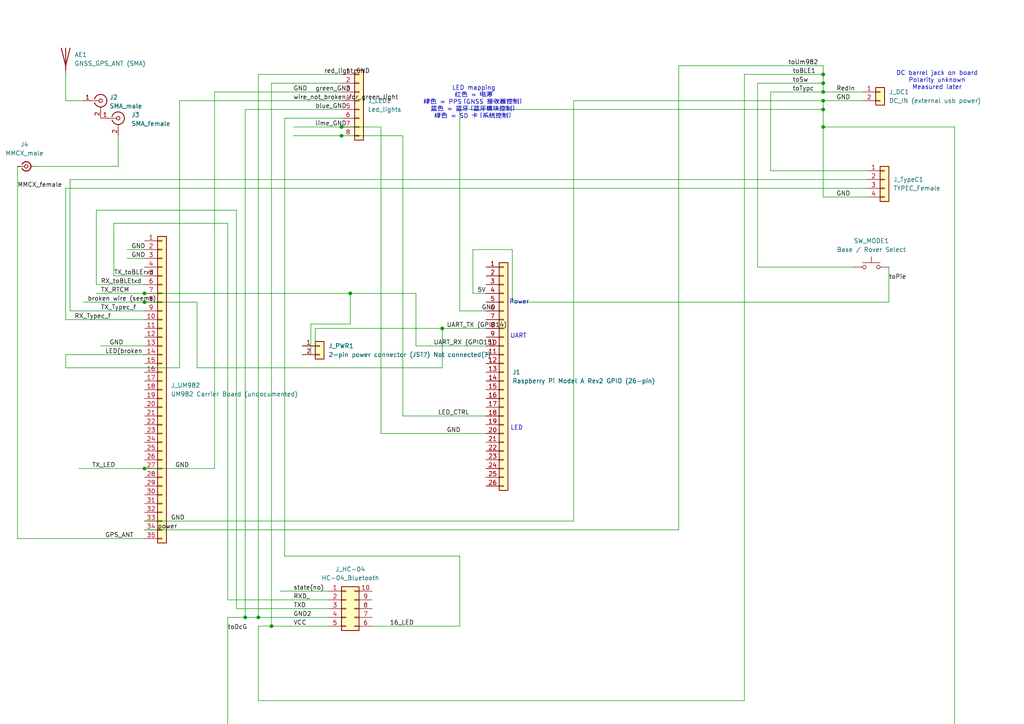
<source format=kicad_sch>
(kicad_sch (version 20250114) (generator "eeschema") (generator_version "9.0")
  (paper "A4")
  (lib_symbols
    (symbol "Connector:Conn_Coaxial" (pin_names (offset 1.016) (hide yes))
      (property "Reference" "J" (at 0.254 3.048 0))
      (property "Value" "Conn_Coaxial" (at 2.921 0 90))
      (symbol "Conn_Coaxial_0_1"
        (polyline (pts (xy -2.54 0) (xy -0.508 0)))
        (arc (start 1.778 0) (mid 0.222 -1.8079) (end -1.778 -0.508) (stroke (width 0.254)))
        (arc (start -1.778 0.508) (mid 0.2221 1.8084) (end 1.778 0) (stroke (width 0.254)))
        (circle (center 0 0) (radius 0.508) (stroke (width 0.2032)))
        (polyline (pts (xy 0 -2.54) (xy 0 -1.778)))
      )
      (symbol "Conn_Coaxial_1_1"
        (pin passive line (at -5.08 0 0) (length 2.54) (name "In") (number "1"))
        (pin passive line (at 0 -5.08 90) (length 2.54) (name "Ext") (number "2"))
      )
    )
    (symbol "Connector:Conn_Coaxial_Small" (pin_numbers (hide yes)) (pin_names (offset 1.016) (hide yes))
      (property "Reference" "J" (at 0.254 3.048 0))
      (property "Value" "Conn_Coaxial_Small" (at 0 -3.81 0))
      (symbol "Conn_Coaxial_Small_0_1"
        (polyline (pts (xy -2.54 0) (xy -0.508 0)))
        (circle (center 0 0) (radius 0.508) (stroke (width 0.2032)))
      )
      (symbol "Conn_Coaxial_Small_1_1"
        (arc (start 1.3484 0.0039) (mid 0.327 -1.308) (end -1.1916 -0.6311) (stroke (width 0.3048)))
        (arc (start -1.1916 0.6311) (mid 0.327 1.3081) (end 1.3484 -0.0039) (stroke (width 0.3048)))
        (pin passive line (at -2.54 0 0) (length 1.27) (name "In") (number "1"))
        (pin passive line (at 2.54 0 180) (length 1.27) (name "Ext") (number "2"))
      )
    )
    (symbol "Connector_Generic:Conn_01x02" (pin_names (offset 1.016) (hide yes))
      (property "Reference" "J" (at 0 2.54 0))
      (property "Value" "Conn_01x02" (at 0 -5.08 0))
      (symbol "Conn_01x02_1_1"
        (rectangle (start -1.27 1.27) (end 1.27 -3.81) (stroke (width 0.254)) (fill (type background)))
        (rectangle (start -1.27 0.127) (end 0 -0.127) (stroke (width 0.1524)))
        (rectangle (start -1.27 -2.413) (end 0 -2.667) (stroke (width 0.1524)))
        (pin passive line (at -5.08 0 0) (length 3.81) (name "Pin_1") (number "1"))
        (pin passive line (at -5.08 -2.54 0) (length 3.81) (name "Pin_2") (number "2"))
      )
    )
    (symbol "Connector_Generic:Conn_01x04" (pin_names (offset 1.016) (hide yes))
      (property "Reference" "J" (at 0 5.08 0))
      (property "Value" "Conn_01x04" (at 0 -7.62 0))
      (symbol "Conn_01x04_1_1"
        (rectangle (start -1.27 3.81) (end 1.27 -6.35) (stroke (width 0.254)) (fill (type background)))
        (rectangle (start -1.27 2.667) (end 0 2.413) (stroke (width 0.1524)))
        (rectangle (start -1.27 0.127) (end 0 -0.127) (stroke (width 0.1524)))
        (rectangle (start -1.27 -2.413) (end 0 -2.667) (stroke (width 0.1524)))
        (rectangle (start -1.27 -4.953) (end 0 -5.207) (stroke (width 0.1524)))
        (pin passive line (at -5.08 2.54 0) (length 3.81) (name "Pin_1") (number "1"))
        (pin passive line (at -5.08 0 0) (length 3.81) (name "Pin_2") (number "2"))
        (pin passive line (at -5.08 -2.54 0) (length 3.81) (name "Pin_3") (number "3"))
        (pin passive line (at -5.08 -5.08 0) (length 3.81) (name "Pin_4") (number "4"))
      )
    )
    (symbol "Connector_Generic:Conn_01x08" (pin_names (offset 1.016) (hide yes))
      (property "Reference" "J" (at 0 10.16 0))
      (property "Value" "Conn_01x08" (at 0 -12.7 0))
      (symbol "Conn_01x08_1_1"
        (rectangle (start -1.27 8.89) (end 1.27 -11.43) (stroke (width 0.254)) (fill (type background)))
        (rectangle (start -1.27 7.747) (end 0 7.493) (stroke (width 0.1524)))
        (rectangle (start -1.27 5.207) (end 0 4.953) (stroke (width 0.1524)))
        (rectangle (start -1.27 2.667) (end 0 2.413) (stroke (width 0.1524)))
        (rectangle (start -1.27 0.127) (end 0 -0.127) (stroke (width 0.1524)))
        (rectangle (start -1.27 -2.413) (end 0 -2.667) (stroke (width 0.1524)))
        (rectangle (start -1.27 -4.953) (end 0 -5.207) (stroke (width 0.1524)))
        (rectangle (start -1.27 -7.493) (end 0 -7.747) (stroke (width 0.1524)))
        (rectangle (start -1.27 -10.033) (end 0 -10.287) (stroke (width 0.1524)))
        (pin passive line (at -5.08 7.62 0) (length 3.81) (name "Pin_1") (number "1"))
        (pin passive line (at -5.08 5.08 0) (length 3.81) (name "Pin_2") (number "2"))
        (pin passive line (at -5.08 2.54 0) (length 3.81) (name "Pin_3") (number "3"))
        (pin passive line (at -5.08 0 0) (length 3.81) (name "Pin_4") (number "4"))
        (pin passive line (at -5.08 -2.54 0) (length 3.81) (name "Pin_5") (number "5"))
        (pin passive line (at -5.08 -5.08 0) (length 3.81) (name "Pin_6") (number "6"))
        (pin passive line (at -5.08 -7.62 0) (length 3.81) (name "Pin_7") (number "7"))
        (pin passive line (at -5.08 -10.16 0) (length 3.81) (name "Pin_8") (number "8"))
      )
    )
    (symbol "Connector_Generic:Conn_01x26" (pin_names (offset 1.016) (hide yes))
      (property "Reference" "J" (at 0 33.02 0))
      (property "Value" "Conn_01x26" (at 0 -35.56 0))
      (symbol "Conn_01x26_1_1"
        (rectangle (start -1.27 31.75) (end 1.27 -34.29) (stroke (width 0.254)) (fill (type background)))
        (rectangle (start -1.27 30.607) (end 0 30.353) (stroke (width 0.1524)))
        (rectangle (start -1.27 28.067) (end 0 27.813) (stroke (width 0.1524)))
        (rectangle (start -1.27 25.527) (end 0 25.273) (stroke (width 0.1524)))
        (rectangle (start -1.27 22.987) (end 0 22.733) (stroke (width 0.1524)))
        (rectangle (start -1.27 20.447) (end 0 20.193) (stroke (width 0.1524)))
        (rectangle (start -1.27 17.907) (end 0 17.653) (stroke (width 0.1524)))
        (rectangle (start -1.27 15.367) (end 0 15.113) (stroke (width 0.1524)))
        (rectangle (start -1.27 12.827) (end 0 12.573) (stroke (width 0.1524)))
        (rectangle (start -1.27 10.287) (end 0 10.033) (stroke (width 0.1524)))
        (rectangle (start -1.27 7.747) (end 0 7.493) (stroke (width 0.1524)))
        (rectangle (start -1.27 5.207) (end 0 4.953) (stroke (width 0.1524)))
        (rectangle (start -1.27 2.667) (end 0 2.413) (stroke (width 0.1524)))
        (rectangle (start -1.27 0.127) (end 0 -0.127) (stroke (width 0.1524)))
        (rectangle (start -1.27 -2.413) (end 0 -2.667) (stroke (width 0.1524)))
        (rectangle (start -1.27 -4.953) (end 0 -5.207) (stroke (width 0.1524)))
        (rectangle (start -1.27 -7.493) (end 0 -7.747) (stroke (width 0.1524)))
        (rectangle (start -1.27 -10.033) (end 0 -10.287) (stroke (width 0.1524)))
        (rectangle (start -1.27 -12.573) (end 0 -12.827) (stroke (width 0.1524)))
        (rectangle (start -1.27 -15.113) (end 0 -15.367) (stroke (width 0.1524)))
        (rectangle (start -1.27 -17.653) (end 0 -17.907) (stroke (width 0.1524)))
        (rectangle (start -1.27 -20.193) (end 0 -20.447) (stroke (width 0.1524)))
        (rectangle (start -1.27 -22.733) (end 0 -22.987) (stroke (width 0.1524)))
        (rectangle (start -1.27 -25.273) (end 0 -25.527) (stroke (width 0.1524)))
        (rectangle (start -1.27 -27.813) (end 0 -28.067) (stroke (width 0.1524)))
        (rectangle (start -1.27 -30.353) (end 0 -30.607) (stroke (width 0.1524)))
        (rectangle (start -1.27 -32.893) (end 0 -33.147) (stroke (width 0.1524)))
        (pin passive line (at -5.08 30.48 0) (length 3.81) (name "Pin_1") (number "1"))
        (pin passive line (at -5.08 27.94 0) (length 3.81) (name "Pin_2") (number "2"))
        (pin passive line (at -5.08 25.4 0) (length 3.81) (name "Pin_3") (number "3"))
        (pin passive line (at -5.08 22.86 0) (length 3.81) (name "Pin_4") (number "4"))
        (pin passive line (at -5.08 20.32 0) (length 3.81) (name "Pin_5") (number "5"))
        (pin passive line (at -5.08 17.78 0) (length 3.81) (name "Pin_6") (number "6"))
        (pin passive line (at -5.08 15.24 0) (length 3.81) (name "Pin_7") (number "7"))
        (pin passive line (at -5.08 12.7 0) (length 3.81) (name "Pin_8") (number "8"))
        (pin passive line (at -5.08 10.16 0) (length 3.81) (name "Pin_9") (number "9"))
        (pin passive line (at -5.08 7.62 0) (length 3.81) (name "Pin_10") (number "10"))
        (pin passive line (at -5.08 5.08 0) (length 3.81) (name "Pin_11") (number "11"))
        (pin passive line (at -5.08 2.54 0) (length 3.81) (name "Pin_12") (number "12"))
        (pin passive line (at -5.08 0 0) (length 3.81) (name "Pin_13") (number "13"))
        (pin passive line (at -5.08 -2.54 0) (length 3.81) (name "Pin_14") (number "14"))
        (pin passive line (at -5.08 -5.08 0) (length 3.81) (name "Pin_15") (number "15"))
        (pin passive line (at -5.08 -7.62 0) (length 3.81) (name "Pin_16") (number "16"))
        (pin passive line (at -5.08 -10.16 0) (length 3.81) (name "Pin_17") (number "17"))
        (pin passive line (at -5.08 -12.7 0) (length 3.81) (name "Pin_18") (number "18"))
        (pin passive line (at -5.08 -15.24 0) (length 3.81) (name "Pin_19") (number "19"))
        (pin passive line (at -5.08 -17.78 0) (length 3.81) (name "Pin_20") (number "20"))
        (pin passive line (at -5.08 -20.32 0) (length 3.81) (name "Pin_21") (number "21"))
        (pin passive line (at -5.08 -22.86 0) (length 3.81) (name "Pin_22") (number "22"))
        (pin passive line (at -5.08 -25.4 0) (length 3.81) (name "Pin_23") (number "23"))
        (pin passive line (at -5.08 -27.94 0) (length 3.81) (name "Pin_24") (number "24"))
        (pin passive line (at -5.08 -30.48 0) (length 3.81) (name "Pin_25") (number "25"))
        (pin passive line (at -5.08 -33.02 0) (length 3.81) (name "Pin_26") (number "26"))
      )
    )
    (symbol "Connector_Generic:Conn_01x35" (pin_names (offset 1.016) (hide yes))
      (property "Reference" "J" (at 0 45.72 0))
      (property "Value" "Conn_01x35" (at 0 -45.72 0))
      (symbol "Conn_01x35_1_1"
        (rectangle (start -1.27 44.45) (end 1.27 -44.45) (stroke (width 0.254)) (fill (type background)))
        (rectangle (start -1.27 43.307) (end 0 43.053) (stroke (width 0.1524)))
        (rectangle (start -1.27 40.767) (end 0 40.513) (stroke (width 0.1524)))
        (rectangle (start -1.27 38.227) (end 0 37.973) (stroke (width 0.1524)))
        (rectangle (start -1.27 35.687) (end 0 35.433) (stroke (width 0.1524)))
        (rectangle (start -1.27 33.147) (end 0 32.893) (stroke (width 0.1524)))
        (rectangle (start -1.27 30.607) (end 0 30.353) (stroke (width 0.1524)))
        (rectangle (start -1.27 28.067) (end 0 27.813) (stroke (width 0.1524)))
        (rectangle (start -1.27 25.527) (end 0 25.273) (stroke (width 0.1524)))
        (rectangle (start -1.27 22.987) (end 0 22.733) (stroke (width 0.1524)))
        (rectangle (start -1.27 20.447) (end 0 20.193) (stroke (width 0.1524)))
        (rectangle (start -1.27 17.907) (end 0 17.653) (stroke (width 0.1524)))
        (rectangle (start -1.27 15.367) (end 0 15.113) (stroke (width 0.1524)))
        (rectangle (start -1.27 12.827) (end 0 12.573) (stroke (width 0.1524)))
        (rectangle (start -1.27 10.287) (end 0 10.033) (stroke (width 0.1524)))
        (rectangle (start -1.27 7.747) (end 0 7.493) (stroke (width 0.1524)))
        (rectangle (start -1.27 5.207) (end 0 4.953) (stroke (width 0.1524)))
        (rectangle (start -1.27 2.667) (end 0 2.413) (stroke (width 0.1524)))
        (rectangle (start -1.27 0.127) (end 0 -0.127) (stroke (width 0.1524)))
        (rectangle (start -1.27 -2.413) (end 0 -2.667) (stroke (width 0.1524)))
        (rectangle (start -1.27 -4.953) (end 0 -5.207) (stroke (width 0.1524)))
        (rectangle (start -1.27 -7.493) (end 0 -7.747) (stroke (width 0.1524)))
        (rectangle (start -1.27 -10.033) (end 0 -10.287) (stroke (width 0.1524)))
        (rectangle (start -1.27 -12.573) (end 0 -12.827) (stroke (width 0.1524)))
        (rectangle (start -1.27 -15.113) (end 0 -15.367) (stroke (width 0.1524)))
        (rectangle (start -1.27 -17.653) (end 0 -17.907) (stroke (width 0.1524)))
        (rectangle (start -1.27 -20.193) (end 0 -20.447) (stroke (width 0.1524)))
        (rectangle (start -1.27 -22.733) (end 0 -22.987) (stroke (width 0.1524)))
        (rectangle (start -1.27 -25.273) (end 0 -25.527) (stroke (width 0.1524)))
        (rectangle (start -1.27 -27.813) (end 0 -28.067) (stroke (width 0.1524)))
        (rectangle (start -1.27 -30.353) (end 0 -30.607) (stroke (width 0.1524)))
        (rectangle (start -1.27 -32.893) (end 0 -33.147) (stroke (width 0.1524)))
        (rectangle (start -1.27 -35.433) (end 0 -35.687) (stroke (width 0.1524)))
        (rectangle (start -1.27 -37.973) (end 0 -38.227) (stroke (width 0.1524)))
        (rectangle (start -1.27 -40.513) (end 0 -40.767) (stroke (width 0.1524)))
        (rectangle (start -1.27 -43.053) (end 0 -43.307) (stroke (width 0.1524)))
        (pin passive line (at -5.08 43.18 0) (length 3.81) (name "Pin_1") (number "1"))
        (pin passive line (at -5.08 40.64 0) (length 3.81) (name "Pin_2") (number "2"))
        (pin passive line (at -5.08 38.1 0) (length 3.81) (name "Pin_3") (number "3"))
        (pin passive line (at -5.08 35.56 0) (length 3.81) (name "Pin_4") (number "4"))
        (pin passive line (at -5.08 33.02 0) (length 3.81) (name "Pin_5") (number "5"))
        (pin passive line (at -5.08 30.48 0) (length 3.81) (name "Pin_6") (number "6"))
        (pin passive line (at -5.08 27.94 0) (length 3.81) (name "Pin_7") (number "7"))
        (pin passive line (at -5.08 25.4 0) (length 3.81) (name "Pin_8") (number "8"))
        (pin passive line (at -5.08 22.86 0) (length 3.81) (name "Pin_9") (number "9"))
        (pin passive line (at -5.08 20.32 0) (length 3.81) (name "Pin_10") (number "10"))
        (pin passive line (at -5.08 17.78 0) (length 3.81) (name "Pin_11") (number "11"))
        (pin passive line (at -5.08 15.24 0) (length 3.81) (name "Pin_12") (number "12"))
        (pin passive line (at -5.08 12.7 0) (length 3.81) (name "Pin_13") (number "13"))
        (pin passive line (at -5.08 10.16 0) (length 3.81) (name "Pin_14") (number "14"))
        (pin passive line (at -5.08 7.62 0) (length 3.81) (name "Pin_15") (number "15"))
        (pin passive line (at -5.08 5.08 0) (length 3.81) (name "Pin_16") (number "16"))
        (pin passive line (at -5.08 2.54 0) (length 3.81) (name "Pin_17") (number "17"))
        (pin passive line (at -5.08 0 0) (length 3.81) (name "Pin_18") (number "18"))
        (pin passive line (at -5.08 -2.54 0) (length 3.81) (name "Pin_19") (number "19"))
        (pin passive line (at -5.08 -5.08 0) (length 3.81) (name "Pin_20") (number "20"))
        (pin passive line (at -5.08 -7.62 0) (length 3.81) (name "Pin_21") (number "21"))
        (pin passive line (at -5.08 -10.16 0) (length 3.81) (name "Pin_22") (number "22"))
        (pin passive line (at -5.08 -12.7 0) (length 3.81) (name "Pin_23") (number "23"))
        (pin passive line (at -5.08 -15.24 0) (length 3.81) (name "Pin_24") (number "24"))
        (pin passive line (at -5.08 -17.78 0) (length 3.81) (name "Pin_25") (number "25"))
        (pin passive line (at -5.08 -20.32 0) (length 3.81) (name "Pin_26") (number "26"))
        (pin passive line (at -5.08 -22.86 0) (length 3.81) (name "Pin_27") (number "27"))
        (pin passive line (at -5.08 -25.4 0) (length 3.81) (name "Pin_28") (number "28"))
        (pin passive line (at -5.08 -27.94 0) (length 3.81) (name "Pin_29") (number "29"))
        (pin passive line (at -5.08 -30.48 0) (length 3.81) (name "Pin_30") (number "30"))
        (pin passive line (at -5.08 -33.02 0) (length 3.81) (name "Pin_31") (number "31"))
        (pin passive line (at -5.08 -35.56 0) (length 3.81) (name "Pin_32") (number "32"))
        (pin passive line (at -5.08 -38.1 0) (length 3.81) (name "Pin_33") (number "33"))
        (pin passive line (at -5.08 -40.64 0) (length 3.81) (name "Pin_34") (number "34"))
        (pin passive line (at -5.08 -43.18 0) (length 3.81) (name "Pin_35") (number "35"))
      )
    )
    (symbol "Connector_Generic:Conn_02x05_Counter_Clockwise" (pin_names (offset 1.016) (hide yes))
      (property "Reference" "J" (at 1.27 7.62 0))
      (property "Value" "Conn_02x05_Counter_Clockwise" (at 1.27 -7.62 0))
      (symbol "Conn_02x05_Counter_Clockwise_1_1"
        (rectangle (start -1.27 6.35) (end 3.81 -6.35) (stroke (width 0.254)) (fill (type background)))
        (rectangle (start -1.27 5.207) (end 0 4.953) (stroke (width 0.1524)))
        (rectangle (start -1.27 2.667) (end 0 2.413) (stroke (width 0.1524)))
        (rectangle (start -1.27 0.127) (end 0 -0.127) (stroke (width 0.1524)))
        (rectangle (start -1.27 -2.413) (end 0 -2.667) (stroke (width 0.1524)))
        (rectangle (start -1.27 -4.953) (end 0 -5.207) (stroke (width 0.1524)))
        (rectangle (start 3.81 5.207) (end 2.54 4.953) (stroke (width 0.1524)))
        (rectangle (start 3.81 2.667) (end 2.54 2.413) (stroke (width 0.1524)))
        (rectangle (start 3.81 0.127) (end 2.54 -0.127) (stroke (width 0.1524)))
        (rectangle (start 3.81 -2.413) (end 2.54 -2.667) (stroke (width 0.1524)))
        (rectangle (start 3.81 -4.953) (end 2.54 -5.207) (stroke (width 0.1524)))
        (pin passive line (at -5.08 5.08 0) (length 3.81) (name "Pin_1") (number "1"))
        (pin passive line (at -5.08 2.54 0) (length 3.81) (name "Pin_2") (number "2"))
        (pin passive line (at -5.08 0 0) (length 3.81) (name "Pin_3") (number "3"))
        (pin passive line (at -5.08 -2.54 0) (length 3.81) (name "Pin_4") (number "4"))
        (pin passive line (at -5.08 -5.08 0) (length 3.81) (name "Pin_5") (number "5"))
        (pin passive line (at 7.62 5.08 180) (length 3.81) (name "Pin_10") (number "10"))
        (pin passive line (at 7.62 2.54 180) (length 3.81) (name "Pin_9") (number "9"))
        (pin passive line (at 7.62 0 180) (length 3.81) (name "Pin_8") (number "8"))
        (pin passive line (at 7.62 -2.54 180) (length 3.81) (name "Pin_7") (number "7"))
        (pin passive line (at 7.62 -5.08 180) (length 3.81) (name "Pin_6") (number "6"))
      )
    )
    (symbol "Device:Antenna" (pin_numbers (hide yes)) (pin_names (offset 1.016) (hide yes))
      (property "Reference" "AE" (at -1.905 1.905 0))
      (property "Value" "Antenna" (at -1.905 0 0))
      (symbol "Antenna_0_1"
        (polyline (pts (xy 0 2.54) (xy 0 -3.81)) (stroke (width 0.254)))
        (polyline (pts (xy 1.27 2.54) (xy 0 -2.54) (xy -1.27 2.54)) (stroke (width 0.254)))
      )
      (symbol "Antenna_1_1"
        (pin input line (at 0 -5.08 90) (length 2.54) (name "A") (number "1"))
      )
    )
    (symbol "Switch:SW_Push" (pin_numbers (hide yes)) (pin_names (offset 1.016) (hide yes))
      (property "Reference" "SW" (at 1.27 2.54 0))
      (property "Value" "SW_Push" (at 0 -1.524 0))
      (symbol "SW_Push_0_1"
        (circle (center -2.032 0) (radius 0.508))
        (polyline (pts (xy 0 1.27) (xy 0 3.048)))
        (circle (center 2.032 0) (radius 0.508))
        (polyline (pts (xy 2.54 1.27) (xy -2.54 1.27)))
        (pin passive line (at -5.08 0 0) (length 2.54) (name "1") (number "1"))
        (pin passive line (at 5.08 0 180) (length 2.54) (name "2") (number "2"))
      )
    )
  )
  (text "LED mapping\n红色 = 电源\n绿色 = PPS（GNSS 接收器控制）\n蓝色 = 蓝牙（蓝牙模块控制）\n绿色 = SD 卡（系统控制）" (at 137.414 29.718 0) (effects (font (size 1.27 1.27))))
  (text "Power" (at 150.622 87.63 0) (effects (font (size 1.27 1.27))))
  (text "DC barrel jack on board\nPolarity unknown\nMeasured later" (at 271.78 23.368 0) (effects (font (size 1.27 1.27))))
  (text ". LIME LED（存储卡读写指示灯）\n闪烁模式	状态	含义\n频繁闪烁	读写中	SD 卡正在读写数据\n偶尔闪烁	正常	系统正常访问 SD 卡\n不亮	空闲	SD 卡无活动\n常亮	异常	可能卡住或错误" (at 127.508 -54.356 0) (effects (font (size 1.27 1.27))))
  (text "（yes）所有电源红线已入图x4 \n（yes）switch 所有线已经入图\n(yes) Led已全部入图\n（yes）bluetooth 入图\n（yes） switch black 线x4\n（yes）respie 6x\n( )um982\n" (at 321.056 111.76 0) (effects (font (size 1.27 1.27))))
  (text "1. 红色 LED（电源指示灯）\n闪烁模式	状态	含义\n常亮	正常	系统已通电，电源正常\n不亮	异常	无电源或电源故障\n闪烁	异常	电源不稳定或电压异常" (at 129.794 -24.13 0) (effects (font (size 1.27 1.27))))
  (text "UART" (at 150.368 97.536 0) (effects (font (size 1.27 1.27))))
  (text ". 蓝色 LED（蓝牙指示灯）\n闪烁模式	状态	含义\n常亮	已连接	蓝牙已连接设备\n快速闪烁	未连接	蓝牙开启但未连接\n慢速闪烁	配对模式	蓝牙处于配对模式\n不亮	关闭	蓝牙未开启或禁用\n双闪	错误	蓝牙连接错误" (at 131.064 -37.846 0) (effects (font (size 1.27 1.27))))
  (text "Green Led: 闪烁模式	状态	含义\n常亮	正常	PPS 信号稳定，GNSS 锁定\n每秒闪烁 1 次	正常	PPS 信号正常（每秒一个脉冲）\n快速闪烁	搜索中	GNSS 正在搜索卫星\n慢速闪烁	弱信号	信号较弱，但仍有 PPS\n不亮	无信号	无 GNSS 信号或接收器未工作\n不规则闪烁	不稳定	PPS 信号不稳定" (at 137.922 -9.906 0) (effects (font (size 1.27 1.27))))
  (text "LED" (at 149.86 124.206 0) (effects (font (size 1.27 1.27))))
  (junction (at 238.76 26.67))
  (junction (at 41.91 85.09))
  (junction (at 78.74 181.61))
  (junction (at 41.91 87.63))
  (junction (at 238.76 31.75))
  (junction (at 99.06 36.83))
  (junction (at 74.93 179.07))
  (junction (at 238.76 29.21))
  (junction (at 238.76 36.83))
  (junction (at 128.27 95.25))
  (junction (at 41.91 135.89))
  (junction (at 99.06 39.37))
  (junction (at 71.12 179.07))
  (junction (at 101.6 85.09))
  (junction (at 238.76 24.13))
  (junction (at 238.76 21.59))
  (wire (pts (xy 74.93 21.59) (xy 99.06 21.59)))
  (wire (pts (xy 238.76 26.67) (xy 238.76 24.13)))
  (wire (pts (xy 20.32 90.17) (xy 20.32 52.07)))
  (wire (pts (xy 101.6 85.09) (xy 101.6 93.98)))
  (wire (pts (xy 20.32 52.07) (xy 251.46 52.07)))
  (wire (pts (xy 110.49 36.83) (xy 110.49 125.73)))
  (wire (pts (xy 68.58 60.96) (xy 68.58 176.53)))
  (wire (pts (xy 19.05 21.59) (xy 19.05 29.21)))
  (wire (pts (xy 74.93 181.61) (xy 78.74 181.61)))
  (wire (pts (xy 19.05 54.61) (xy 251.46 54.61)))
  (wire (pts (xy 27.94 60.96) (xy 68.58 60.96)))
  (wire (pts (xy 196.85 19.05) (xy 196.85 153.67)))
  (wire (pts (xy 62.23 26.67) (xy 99.06 26.67)))
  (wire (pts (xy 120.65 100.33) (xy 140.97 100.33)))
  (wire (pts (xy 223.52 26.67) (xy 223.52 49.53)))
  (wire (pts (xy 90.17 102.87) (xy 87.63 102.87)))
  (wire (pts (xy 91.44 100.33) (xy 87.63 100.33)))
  (wire (pts (xy 238.76 24.13) (xy 219.71 24.13)))
  (wire (pts (xy 101.6 85.09) (xy 120.65 85.09)))
  (wire (pts (xy 74.93 21.59) (xy 74.93 179.07)))
  (wire (pts (xy 33.02 64.77) (xy 66.04 64.77)))
  (wire (pts (xy 128.27 95.25) (xy 140.97 95.25)))
  (wire (pts (xy 219.71 24.13) (xy 219.71 77.47)))
  (wire (pts (xy 27.94 82.55) (xy 27.94 60.96)))
  (wire (pts (xy 82.55 34.29) (xy 99.06 34.29)))
  (wire (pts (xy 52.07 29.21) (xy 52.07 106.68)))
  (wire (pts (xy 137.16 85.09) (xy 137.16 72.39)))
  (wire (pts (xy 66.04 226.06) (xy 276.86 226.06)))
  (wire (pts (xy 52.07 106.68) (xy 19.05 106.68)))
  (wire (pts (xy 215.9 21.59) (xy 215.9 203.2)))
  (wire (pts (xy 71.12 179.07) (xy 74.93 179.07)))
  (wire (pts (xy 133.35 31.75) (xy 238.76 31.75)))
  (wire (pts (xy 133.35 90.17) (xy 140.97 90.17)))
  (wire (pts (xy 110.49 125.73) (xy 140.97 125.73)))
  (wire (pts (xy 33.02 80.01) (xy 41.91 80.01)))
  (wire (pts (xy 196.85 19.05) (xy 238.76 19.05)))
  (wire (pts (xy 20.32 90.17) (xy 41.91 90.17)))
  (wire (pts (xy 238.76 26.67) (xy 250.19 26.67)))
  (wire (pts (xy 91.44 100.33) (xy 91.44 95.25)))
  (wire (pts (xy 166.37 29.21) (xy 166.37 151.13)))
  (wire (pts (xy 62.23 26.67) (xy 62.23 135.89)))
  (wire (pts (xy 41.91 153.67) (xy 196.85 153.67)))
  (wire (pts (xy 36.83 74.93) (xy 41.91 74.93)))
  (wire (pts (xy 66.04 179.07) (xy 71.12 179.07)))
  (wire (pts (xy 36.83 72.39) (xy 41.91 72.39)))
  (wire (pts (xy 238.76 57.15) (xy 251.46 57.15)))
  (wire (pts (xy 34.29 39.37) (xy 34.29 48.26)))
  (wire (pts (xy 219.71 77.47) (xy 247.65 77.47)))
  (wire (pts (xy 29.21 100.33) (xy 41.91 100.33)))
  (wire (pts (xy 257.81 87.63) (xy 257.81 77.47)))
  (wire (pts (xy 133.35 161.29) (xy 133.35 181.61)))
  (wire (pts (xy 148.59 72.39) (xy 148.59 87.63)))
  (wire (pts (xy 68.58 176.53) (xy 95.25 176.53)))
  (wire (pts (xy 82.55 34.29) (xy 82.55 161.29)))
  (wire (pts (xy 27.94 85.09) (xy 41.91 85.09)))
  (wire (pts (xy 66.04 179.07) (xy 66.04 226.06)))
  (wire (pts (xy 81.28 171.45) (xy 95.25 171.45)))
  (wire (pts (xy 223.52 49.53) (xy 251.46 49.53)))
  (wire (pts (xy 148.59 87.63) (xy 257.81 87.63)))
  (wire (pts (xy 91.44 95.25) (xy 128.27 95.25)))
  (wire (pts (xy 52.07 29.21) (xy 99.06 29.21)))
  (wire (pts (xy 276.86 36.83) (xy 238.76 36.83)))
  (wire (pts (xy 238.76 19.05) (xy 238.76 21.59)))
  (wire (pts (xy 99.06 39.37) (xy 116.84 39.37)))
  (wire (pts (xy 215.9 21.59) (xy 238.76 21.59)))
  (wire (pts (xy 166.37 29.21) (xy 238.76 29.21)))
  (wire (pts (xy 5.08 156.21) (xy 41.91 156.21)))
  (wire (pts (xy 57.15 106.68) (xy 128.27 106.68)))
  (wire (pts (xy 99.06 36.83) (xy 110.49 36.83)))
  (wire (pts (xy 5.08 48.26) (xy 5.08 156.21)))
  (wire (pts (xy 238.76 29.21) (xy 238.76 31.75)))
  (wire (pts (xy 215.9 203.2) (xy 74.93 203.2)))
  (wire (pts (xy 74.93 203.2) (xy 74.93 181.61)))
  (wire (pts (xy 82.55 161.29) (xy 133.35 161.29)))
  (wire (pts (xy 107.95 181.61) (xy 133.35 181.61)))
  (wire (pts (xy 116.84 39.37) (xy 116.84 120.65)))
  (wire (pts (xy 19.05 29.21) (xy 24.13 29.21)))
  (wire (pts (xy 238.76 21.59) (xy 238.76 24.13)))
  (wire (pts (xy 33.02 80.01) (xy 33.02 64.77)))
  (wire (pts (xy 41.91 151.13) (xy 166.37 151.13)))
  (wire (pts (xy 22.86 135.89) (xy 41.91 135.89)))
  (wire (pts (xy 78.74 181.61) (xy 95.25 181.61)))
  (wire (pts (xy 223.52 26.67) (xy 238.76 26.67)))
  (wire (pts (xy 57.15 106.68) (xy 57.15 87.63)))
  (wire (pts (xy 78.74 24.13) (xy 78.74 181.61)))
  (wire (pts (xy 78.74 24.13) (xy 99.06 24.13)))
  (wire (pts (xy 66.04 64.77) (xy 66.04 173.99)))
  (wire (pts (xy 133.35 90.17) (xy 133.35 31.75)))
  (wire (pts (xy 71.12 31.75) (xy 99.06 31.75)))
  (wire (pts (xy 90.17 93.98) (xy 101.6 93.98)))
  (wire (pts (xy 116.84 120.65) (xy 140.97 120.65)))
  (wire (pts (xy 19.05 92.71) (xy 41.91 92.71)))
  (wire (pts (xy 71.12 31.75) (xy 71.12 179.07)))
  (wire (pts (xy 19.05 92.71) (xy 19.05 54.61)))
  (wire (pts (xy 41.91 87.63) (xy 57.15 87.63)))
  (wire (pts (xy 66.04 173.99) (xy 95.25 173.99)))
  (wire (pts (xy 238.76 29.21) (xy 250.19 29.21)))
  (wire (pts (xy 137.16 72.39) (xy 148.59 72.39)))
  (wire (pts (xy 74.93 179.07) (xy 95.25 179.07)))
  (wire (pts (xy 85.09 36.83) (xy 99.06 36.83)))
  (wire (pts (xy 85.09 39.37) (xy 99.06 39.37)))
  (wire (pts (xy 24.13 87.63) (xy 41.91 87.63)))
  (wire (pts (xy 128.27 95.25) (xy 128.27 106.68)))
  (wire (pts (xy 41.91 135.89) (xy 62.23 135.89)))
  (wire (pts (xy 19.05 102.87) (xy 41.91 102.87)))
  (wire (pts (xy 238.76 36.83) (xy 238.76 57.15)))
  (wire (pts (xy 238.76 31.75) (xy 238.76 36.83)))
  (wire (pts (xy 10.16 48.26) (xy 34.29 48.26)))
  (wire (pts (xy 41.91 85.09) (xy 101.6 85.09)))
  (wire (pts (xy 120.65 100.33) (xy 120.65 85.09)))
  (wire (pts (xy 27.94 82.55) (xy 41.91 82.55)))
  (wire (pts (xy 19.05 106.68) (xy 19.05 102.87)))
  (wire (pts (xy 90.17 102.87) (xy 90.17 93.98)))
  (wire (pts (xy 276.86 226.06) (xy 276.86 36.83)))
  (wire (pts (xy 137.16 85.09) (xy 140.97 85.09)))
  (label "16_LED" (at 113.03 181.61 0))
  (label "VCC" (at 85.09 181.61 0))
  (label "blue_GND" (at 91.44 31.75 0))
  (label "GND" (at 31.75 100.33 0))
  (label "UART_RX (GPIO15)" (at 125.73 100.33 0))
  (label "toDcG" (at 66.04 182.88 0))
  (label "red_light_GND" (at 93.98 21.59 0))
  (label "GND" (at 50.8 135.89 0))
  (label "5V" (at 138.43 85.09 0))
  (label "toBLE1" (at 229.87 21.59 0))
  (label "toTypc" (at 229.87 26.67 0))
  (label "GND" (at 242.57 29.21 0))
  (label "power" (at 45.72 153.67 0))
  (label "GND2" (at 85.09 179.07 0))
  (label "lime_GND" (at 91.44 36.83 0))
  (label "wire_not_broken_for_green_light" (at 85.09 29.21 0))
  (label "TX_toBLErxd" (at 33.02 80.01 0))
  (label "GND" (at 242.57 57.15 0))
  (label "RXD_" (at 85.09 173.99 0))
  (label "MMCX_female" (at 5.08 54.61 0))
  (label "LED_CTRL" (at 127 120.65 0))
  (label "RX_Typec_f" (at 21.59 92.71 0))
  (label "GND" (at 139.7 90.17 0))
  (label "toSw" (at 229.87 24.13 0))
  (label "toUm982" (at 228.6 19.05 0))
  (label "green_GND" (at 91.44 26.67 0))
  (label "TX_Typec_f" (at 29.21 90.17 0))
  (label "GND" (at 38.1 72.39 0))
  (label "GND" (at 129.54 125.73 0))
  (label "GND" (at 38.1 74.93 0))
  (label "GND" (at 85.09 26.67 0))
  (label "TX_LED" (at 26.67 135.89 0))
  (label "toPie" (at 257.81 81.28 0))
  (label "UART_TX (GPIO14)" (at 129.54 95.25 0))
  (label "RedIn" (at 242.57 26.67 0))
  (label "TX_RTCM" (at 29.21 85.09 0))
  (label "TXD" (at 85.09 176.53 0))
  (label "GPS_ANT" (at 30.48 156.21 0))
  (label "broken wire (seems)" (at 25.4 87.63 0))
  (label "RX_toBLEtxd" (at 29.21 82.55 0))
  (label "state(no)" (at 85.09 171.45 0))
  (label "GND" (at 49.53 151.13 0))
  (label "LED(broken" (at 30.48 102.87 0))
  (symbol (lib_id "Connector_Generic:Conn_01x35") (at 46.99 113.03 0) (unit 1)
    (property "Reference" "J_UM982" (at 49.53 111.7599 0) (effects (justify left)))
    (property "Value" "UM982 Carrier Board (undocumented)" (at 49.53 114.2999 0) (effects (justify left)))
    (property "Description" "Generic connector, single row, 01x35, script generated (kicad-library-utils/schlib/autogen/connector/)" (effects (hide yes)))
  )
  (symbol (lib_id "Connector_Generic:Conn_01x08") (at 104.14 29.21 0) (unit 1)
    (property "Reference" "J_LED1" (at 106.68 29.2099 0) (effects (justify left)))
    (property "Value" "Led_lights" (at 106.68 31.7499 0) (effects (justify left)))
    (property "Description" "Generic connector, single row, 01x08, script generated (kicad-library-utils/schlib/autogen/connector/)" (effects (hide yes)))
  )
  (symbol (lib_id "Connector_Generic:Conn_01x04") (at 256.54 52.07 0) (unit 1)
    (property "Reference" "J_TypeC1" (at 259.08 52.0699 0) (effects (justify left)))
    (property "Value" "TYPEC_Female" (at 259.08 54.6099 0) (effects (justify left)))
    (property "Description" "Generic connector, single row, 01x04, script generated (kicad-library-utils/schlib/autogen/connector/)" (effects (hide yes)))
  )
  (symbol (lib_id "Connector_Generic:Conn_01x26") (at 146.05 107.95 0) (unit 1)
    (property "Reference" "J1" (at 148.59 107.9499 0) (effects (justify left)))
    (property "Value" "Raspberry Pi Model A Rev2 GPIO (26-pin)" (at 148.59 110.4899 0) (effects (justify left)))
    (property "Description" "Generic connector, single row, 01x26, script generated (kicad-library-utils/schlib/autogen/connector/)" (effects (hide yes)))
  )
  (symbol (lib_id "Connector_Generic:Conn_02x05_Counter_Clockwise") (at 100.33 176.53 0) (unit 1)
    (property "Reference" "J_HC-04" (at 101.6 165.1 0))
    (property "Value" "HC-04_Bluetooth" (at 101.6 167.64 0))
    (property "Description" "Generic connector, double row, 02x05, counter clockwise pin numbering scheme (similar to DIP package numbering), script generated (kicad-library-utils/schlib/autogen/connector/)" (effects (hide yes)))
  )
  (symbol (lib_id "Connector_Generic:Conn_01x02") (at 92.71 100.33 0) (unit 1)
    (property "Reference" "J_PWR1" (at 95.25 100.3299 0) (effects (justify left)))
    (property "Value" "2-pin power connector (JST?) Not connected(?)" (at 95.25 102.8699 0) (effects (justify left)))
    (property "Description" "Generic connector, single row, 01x02, script generated (kicad-library-utils/schlib/autogen/connector/)" (effects (hide yes)))
  )
  (symbol (lib_id "Connector:Conn_Coaxial") (at 34.29 34.29 0) (unit 1)
    (property "Reference" "J3" (at 38.1 33.3131 0) (effects (justify left)))
    (property "Value" "SMA_female" (at 38.1 35.8531 0) (effects (justify left)))
    (property "Description" "coaxial connector (BNC, SMA, SMB, SMC, Cinch/RCA, LEMO, ...)" (effects (hide yes)))
  )
  (symbol (lib_id "Device:Antenna") (at 19.05 16.51 0) (unit 1)
    (property "Reference" "AE1" (at 21.59 15.8749 0) (effects (justify left)))
    (property "Value" "GNSS_GPS_ANT (SMA)" (at 21.59 18.4149 0) (effects (justify left)))
    (property "Description" "Antenna" (effects (hide yes)))
  )
  (symbol (lib_id "Connector:Conn_Coaxial") (at 29.21 29.21 0) (unit 1)
    (property "Reference" "J2" (at 31.75 28.2331 0) (effects (justify left)))
    (property "Value" "SMA_male" (at 31.75 30.7731 0) (effects (justify left)))
    (property "Description" "coaxial connector (BNC, SMA, SMB, SMC, Cinch/RCA, LEMO, ...)" (effects (hide yes)))
  )
  (symbol (lib_id "Connector:Conn_Coaxial_Small") (at 7.62 48.26 0) (unit 1)
    (property "Reference" "J4" (at 7.1004 41.91 0))
    (property "Value" "MMCX_male" (at 7.1004 44.45 0))
    (property "Description" "small coaxial connector (BNC, SMA, SMB, SMC, Cinch/RCA, LEMO, ...)" (effects (hide yes)))
  )
  (symbol (lib_id "Switch:SW_Push") (at 252.73 77.47 0) (unit 1)
    (property "Reference" "SW_MODE1" (at 252.73 69.85 0))
    (property "Value" "Base / Rover Select" (at 252.73 72.39 0))
    (property "Description" "Push button switch, generic, two pins" (effects (hide yes)))
  )
  (symbol (lib_id "Connector_Generic:Conn_01x02") (at 255.27 26.67 0) (unit 1)
    (property "Reference" "J_DC1" (at 257.81 26.6699 0) (effects (justify left)))
    (property "Value" "DC_IN (external usb power)" (at 257.81 29.2099 0) (effects (justify left)))
    (property "Description" "Generic connector, single row, 01x02, script generated (kicad-library-utils/schlib/autogen/connector/)" (effects (hide yes)))
  )
)
</source>
